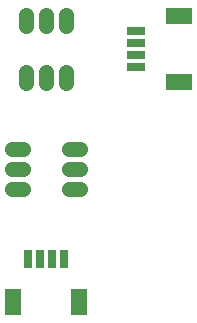
<source format=gbs>
G75*
%MOIN*%
%OFA0B0*%
%FSLAX25Y25*%
%IPPOS*%
%LPD*%
%AMOC8*
5,1,8,0,0,1.08239X$1,22.5*
%
%ADD10R,0.08674X0.05524*%
%ADD11R,0.06115X0.03162*%
%ADD12C,0.05131*%
%ADD13R,0.05524X0.08674*%
%ADD14R,0.03162X0.06115*%
D10*
X0562802Y0080376D03*
X0562802Y0102424D03*
D11*
X0548333Y0097306D03*
X0548333Y0093369D03*
X0548333Y0089431D03*
X0548333Y0085494D03*
D12*
X0525026Y0083723D02*
X0525026Y0080179D01*
X0525026Y0080179D01*
X0525026Y0083723D01*
X0525026Y0083723D01*
X0518333Y0083723D02*
X0518333Y0080179D01*
X0518333Y0080179D01*
X0518333Y0083723D01*
X0518333Y0083723D01*
X0511640Y0083723D02*
X0511640Y0080179D01*
X0511640Y0080179D01*
X0511640Y0083723D01*
X0511640Y0083723D01*
X0511640Y0099077D02*
X0511640Y0102621D01*
X0511640Y0099077D02*
X0511640Y0099077D01*
X0511640Y0102621D01*
X0511640Y0102621D01*
X0518333Y0102621D02*
X0518333Y0099077D01*
X0518333Y0099077D01*
X0518333Y0102621D01*
X0518333Y0102621D01*
X0525026Y0102621D02*
X0525026Y0099077D01*
X0525026Y0099077D01*
X0525026Y0102621D01*
X0525026Y0102621D01*
X0526010Y0058093D02*
X0529554Y0058093D01*
X0526010Y0058093D02*
X0526010Y0058093D01*
X0529554Y0058093D01*
X0529554Y0058093D01*
X0510657Y0058093D02*
X0507113Y0058093D01*
X0507113Y0058093D01*
X0510657Y0058093D01*
X0510657Y0058093D01*
X0510657Y0051400D02*
X0507113Y0051400D01*
X0507113Y0051400D01*
X0510657Y0051400D01*
X0510657Y0051400D01*
X0526010Y0051400D02*
X0529554Y0051400D01*
X0526010Y0051400D02*
X0526010Y0051400D01*
X0529554Y0051400D01*
X0529554Y0051400D01*
X0529554Y0044707D02*
X0526010Y0044707D01*
X0526010Y0044707D01*
X0529554Y0044707D01*
X0529554Y0044707D01*
X0510657Y0044707D02*
X0507113Y0044707D01*
X0507113Y0044707D01*
X0510657Y0044707D01*
X0510657Y0044707D01*
D13*
X0507310Y0006931D03*
X0529357Y0006931D03*
D14*
X0524239Y0021400D03*
X0520302Y0021400D03*
X0516365Y0021400D03*
X0512428Y0021400D03*
M02*

</source>
